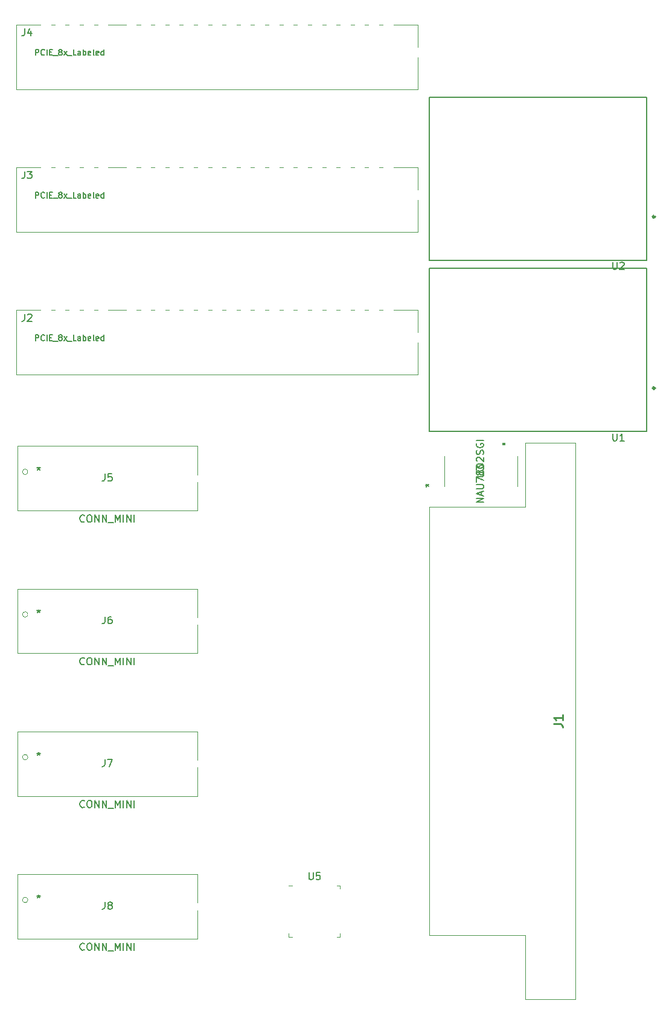
<source format=gbr>
%TF.GenerationSoftware,KiCad,Pcbnew,(7.0.0)*%
%TF.CreationDate,2023-03-21T21:59:13-07:00*%
%TF.ProjectId,backplane-concept,6261636b-706c-4616-9e65-2d636f6e6365,rev?*%
%TF.SameCoordinates,Original*%
%TF.FileFunction,Legend,Top*%
%TF.FilePolarity,Positive*%
%FSLAX46Y46*%
G04 Gerber Fmt 4.6, Leading zero omitted, Abs format (unit mm)*
G04 Created by KiCad (PCBNEW (7.0.0)) date 2023-03-21 21:59:13*
%MOMM*%
%LPD*%
G01*
G04 APERTURE LIST*
%ADD10C,0.150000*%
%ADD11C,0.254000*%
%ADD12C,0.120000*%
%ADD13C,0.100000*%
%ADD14C,0.127000*%
%ADD15C,0.300000*%
G04 APERTURE END LIST*
D10*
%TO.C,J8*%
X69279166Y-160367581D02*
X69279166Y-161081867D01*
X69279166Y-161081867D02*
X69231547Y-161224724D01*
X69231547Y-161224724D02*
X69136309Y-161319962D01*
X69136309Y-161319962D02*
X68993452Y-161367581D01*
X68993452Y-161367581D02*
X68898214Y-161367581D01*
X69898214Y-160796153D02*
X69802976Y-160748534D01*
X69802976Y-160748534D02*
X69755357Y-160700915D01*
X69755357Y-160700915D02*
X69707738Y-160605677D01*
X69707738Y-160605677D02*
X69707738Y-160558058D01*
X69707738Y-160558058D02*
X69755357Y-160462820D01*
X69755357Y-160462820D02*
X69802976Y-160415201D01*
X69802976Y-160415201D02*
X69898214Y-160367581D01*
X69898214Y-160367581D02*
X70088690Y-160367581D01*
X70088690Y-160367581D02*
X70183928Y-160415201D01*
X70183928Y-160415201D02*
X70231547Y-160462820D01*
X70231547Y-160462820D02*
X70279166Y-160558058D01*
X70279166Y-160558058D02*
X70279166Y-160605677D01*
X70279166Y-160605677D02*
X70231547Y-160700915D01*
X70231547Y-160700915D02*
X70183928Y-160748534D01*
X70183928Y-160748534D02*
X70088690Y-160796153D01*
X70088690Y-160796153D02*
X69898214Y-160796153D01*
X69898214Y-160796153D02*
X69802976Y-160843772D01*
X69802976Y-160843772D02*
X69755357Y-160891391D01*
X69755357Y-160891391D02*
X69707738Y-160986629D01*
X69707738Y-160986629D02*
X69707738Y-161177105D01*
X69707738Y-161177105D02*
X69755357Y-161272343D01*
X69755357Y-161272343D02*
X69802976Y-161319962D01*
X69802976Y-161319962D02*
X69898214Y-161367581D01*
X69898214Y-161367581D02*
X70088690Y-161367581D01*
X70088690Y-161367581D02*
X70183928Y-161319962D01*
X70183928Y-161319962D02*
X70231547Y-161272343D01*
X70231547Y-161272343D02*
X70279166Y-161177105D01*
X70279166Y-161177105D02*
X70279166Y-160986629D01*
X70279166Y-160986629D02*
X70231547Y-160891391D01*
X70231547Y-160891391D02*
X70183928Y-160843772D01*
X70183928Y-160843772D02*
X70088690Y-160796153D01*
X66398214Y-167038143D02*
X66350595Y-167085762D01*
X66350595Y-167085762D02*
X66207738Y-167133381D01*
X66207738Y-167133381D02*
X66112500Y-167133381D01*
X66112500Y-167133381D02*
X65969643Y-167085762D01*
X65969643Y-167085762D02*
X65874405Y-166990524D01*
X65874405Y-166990524D02*
X65826786Y-166895286D01*
X65826786Y-166895286D02*
X65779167Y-166704810D01*
X65779167Y-166704810D02*
X65779167Y-166561953D01*
X65779167Y-166561953D02*
X65826786Y-166371477D01*
X65826786Y-166371477D02*
X65874405Y-166276239D01*
X65874405Y-166276239D02*
X65969643Y-166181001D01*
X65969643Y-166181001D02*
X66112500Y-166133381D01*
X66112500Y-166133381D02*
X66207738Y-166133381D01*
X66207738Y-166133381D02*
X66350595Y-166181001D01*
X66350595Y-166181001D02*
X66398214Y-166228620D01*
X67017262Y-166133381D02*
X67207738Y-166133381D01*
X67207738Y-166133381D02*
X67302976Y-166181001D01*
X67302976Y-166181001D02*
X67398214Y-166276239D01*
X67398214Y-166276239D02*
X67445833Y-166466715D01*
X67445833Y-166466715D02*
X67445833Y-166800048D01*
X67445833Y-166800048D02*
X67398214Y-166990524D01*
X67398214Y-166990524D02*
X67302976Y-167085762D01*
X67302976Y-167085762D02*
X67207738Y-167133381D01*
X67207738Y-167133381D02*
X67017262Y-167133381D01*
X67017262Y-167133381D02*
X66922024Y-167085762D01*
X66922024Y-167085762D02*
X66826786Y-166990524D01*
X66826786Y-166990524D02*
X66779167Y-166800048D01*
X66779167Y-166800048D02*
X66779167Y-166466715D01*
X66779167Y-166466715D02*
X66826786Y-166276239D01*
X66826786Y-166276239D02*
X66922024Y-166181001D01*
X66922024Y-166181001D02*
X67017262Y-166133381D01*
X67874405Y-167133381D02*
X67874405Y-166133381D01*
X67874405Y-166133381D02*
X68445833Y-167133381D01*
X68445833Y-167133381D02*
X68445833Y-166133381D01*
X68922024Y-167133381D02*
X68922024Y-166133381D01*
X68922024Y-166133381D02*
X69493452Y-167133381D01*
X69493452Y-167133381D02*
X69493452Y-166133381D01*
X69731548Y-167228620D02*
X70493452Y-167228620D01*
X70731548Y-167133381D02*
X70731548Y-166133381D01*
X70731548Y-166133381D02*
X71064881Y-166847667D01*
X71064881Y-166847667D02*
X71398214Y-166133381D01*
X71398214Y-166133381D02*
X71398214Y-167133381D01*
X71874405Y-167133381D02*
X71874405Y-166133381D01*
X72350595Y-167133381D02*
X72350595Y-166133381D01*
X72350595Y-166133381D02*
X72922023Y-167133381D01*
X72922023Y-167133381D02*
X72922023Y-166133381D01*
X73398214Y-167133381D02*
X73398214Y-166133381D01*
X60000000Y-159367380D02*
X60000000Y-159605476D01*
X59761905Y-159510238D02*
X60000000Y-159605476D01*
X60000000Y-159605476D02*
X60238095Y-159510238D01*
X59857143Y-159795952D02*
X60000000Y-159605476D01*
X60000000Y-159605476D02*
X60142857Y-159795952D01*
%TO.C,J4*%
X58015666Y-37970380D02*
X58015666Y-38684666D01*
X58015666Y-38684666D02*
X57968047Y-38827523D01*
X57968047Y-38827523D02*
X57872809Y-38922761D01*
X57872809Y-38922761D02*
X57729952Y-38970380D01*
X57729952Y-38970380D02*
X57634714Y-38970380D01*
X58920428Y-38303714D02*
X58920428Y-38970380D01*
X58682333Y-37922761D02*
X58444238Y-38637047D01*
X58444238Y-38637047D02*
X59063285Y-38637047D01*
X59537047Y-41690904D02*
X59537047Y-40890904D01*
X59537047Y-40890904D02*
X59841809Y-40890904D01*
X59841809Y-40890904D02*
X59917999Y-40929000D01*
X59917999Y-40929000D02*
X59956094Y-40967095D01*
X59956094Y-40967095D02*
X59994190Y-41043285D01*
X59994190Y-41043285D02*
X59994190Y-41157571D01*
X59994190Y-41157571D02*
X59956094Y-41233761D01*
X59956094Y-41233761D02*
X59917999Y-41271857D01*
X59917999Y-41271857D02*
X59841809Y-41309952D01*
X59841809Y-41309952D02*
X59537047Y-41309952D01*
X60794190Y-41614714D02*
X60756094Y-41652809D01*
X60756094Y-41652809D02*
X60641809Y-41690904D01*
X60641809Y-41690904D02*
X60565618Y-41690904D01*
X60565618Y-41690904D02*
X60451332Y-41652809D01*
X60451332Y-41652809D02*
X60375142Y-41576619D01*
X60375142Y-41576619D02*
X60337047Y-41500428D01*
X60337047Y-41500428D02*
X60298951Y-41348047D01*
X60298951Y-41348047D02*
X60298951Y-41233761D01*
X60298951Y-41233761D02*
X60337047Y-41081380D01*
X60337047Y-41081380D02*
X60375142Y-41005190D01*
X60375142Y-41005190D02*
X60451332Y-40929000D01*
X60451332Y-40929000D02*
X60565618Y-40890904D01*
X60565618Y-40890904D02*
X60641809Y-40890904D01*
X60641809Y-40890904D02*
X60756094Y-40929000D01*
X60756094Y-40929000D02*
X60794190Y-40967095D01*
X61137047Y-41690904D02*
X61137047Y-40890904D01*
X61517999Y-41271857D02*
X61784665Y-41271857D01*
X61898951Y-41690904D02*
X61517999Y-41690904D01*
X61517999Y-41690904D02*
X61517999Y-40890904D01*
X61517999Y-40890904D02*
X61898951Y-40890904D01*
X62051333Y-41767095D02*
X62660856Y-41767095D01*
X62965618Y-41233761D02*
X62889428Y-41195666D01*
X62889428Y-41195666D02*
X62851333Y-41157571D01*
X62851333Y-41157571D02*
X62813237Y-41081380D01*
X62813237Y-41081380D02*
X62813237Y-41043285D01*
X62813237Y-41043285D02*
X62851333Y-40967095D01*
X62851333Y-40967095D02*
X62889428Y-40929000D01*
X62889428Y-40929000D02*
X62965618Y-40890904D01*
X62965618Y-40890904D02*
X63117999Y-40890904D01*
X63117999Y-40890904D02*
X63194190Y-40929000D01*
X63194190Y-40929000D02*
X63232285Y-40967095D01*
X63232285Y-40967095D02*
X63270380Y-41043285D01*
X63270380Y-41043285D02*
X63270380Y-41081380D01*
X63270380Y-41081380D02*
X63232285Y-41157571D01*
X63232285Y-41157571D02*
X63194190Y-41195666D01*
X63194190Y-41195666D02*
X63117999Y-41233761D01*
X63117999Y-41233761D02*
X62965618Y-41233761D01*
X62965618Y-41233761D02*
X62889428Y-41271857D01*
X62889428Y-41271857D02*
X62851333Y-41309952D01*
X62851333Y-41309952D02*
X62813237Y-41386142D01*
X62813237Y-41386142D02*
X62813237Y-41538523D01*
X62813237Y-41538523D02*
X62851333Y-41614714D01*
X62851333Y-41614714D02*
X62889428Y-41652809D01*
X62889428Y-41652809D02*
X62965618Y-41690904D01*
X62965618Y-41690904D02*
X63117999Y-41690904D01*
X63117999Y-41690904D02*
X63194190Y-41652809D01*
X63194190Y-41652809D02*
X63232285Y-41614714D01*
X63232285Y-41614714D02*
X63270380Y-41538523D01*
X63270380Y-41538523D02*
X63270380Y-41386142D01*
X63270380Y-41386142D02*
X63232285Y-41309952D01*
X63232285Y-41309952D02*
X63194190Y-41271857D01*
X63194190Y-41271857D02*
X63117999Y-41233761D01*
X63537047Y-41690904D02*
X63956095Y-41157571D01*
X63537047Y-41157571D02*
X63956095Y-41690904D01*
X64070381Y-41767095D02*
X64679904Y-41767095D01*
X65251333Y-41690904D02*
X64870381Y-41690904D01*
X64870381Y-41690904D02*
X64870381Y-40890904D01*
X65860857Y-41690904D02*
X65860857Y-41271857D01*
X65860857Y-41271857D02*
X65822762Y-41195666D01*
X65822762Y-41195666D02*
X65746571Y-41157571D01*
X65746571Y-41157571D02*
X65594190Y-41157571D01*
X65594190Y-41157571D02*
X65518000Y-41195666D01*
X65860857Y-41652809D02*
X65784666Y-41690904D01*
X65784666Y-41690904D02*
X65594190Y-41690904D01*
X65594190Y-41690904D02*
X65518000Y-41652809D01*
X65518000Y-41652809D02*
X65479904Y-41576619D01*
X65479904Y-41576619D02*
X65479904Y-41500428D01*
X65479904Y-41500428D02*
X65518000Y-41424238D01*
X65518000Y-41424238D02*
X65594190Y-41386142D01*
X65594190Y-41386142D02*
X65784666Y-41386142D01*
X65784666Y-41386142D02*
X65860857Y-41348047D01*
X66241810Y-41690904D02*
X66241810Y-40890904D01*
X66241810Y-41195666D02*
X66318000Y-41157571D01*
X66318000Y-41157571D02*
X66470381Y-41157571D01*
X66470381Y-41157571D02*
X66546572Y-41195666D01*
X66546572Y-41195666D02*
X66584667Y-41233761D01*
X66584667Y-41233761D02*
X66622762Y-41309952D01*
X66622762Y-41309952D02*
X66622762Y-41538523D01*
X66622762Y-41538523D02*
X66584667Y-41614714D01*
X66584667Y-41614714D02*
X66546572Y-41652809D01*
X66546572Y-41652809D02*
X66470381Y-41690904D01*
X66470381Y-41690904D02*
X66318000Y-41690904D01*
X66318000Y-41690904D02*
X66241810Y-41652809D01*
X67270382Y-41652809D02*
X67194191Y-41690904D01*
X67194191Y-41690904D02*
X67041810Y-41690904D01*
X67041810Y-41690904D02*
X66965620Y-41652809D01*
X66965620Y-41652809D02*
X66927524Y-41576619D01*
X66927524Y-41576619D02*
X66927524Y-41271857D01*
X66927524Y-41271857D02*
X66965620Y-41195666D01*
X66965620Y-41195666D02*
X67041810Y-41157571D01*
X67041810Y-41157571D02*
X67194191Y-41157571D01*
X67194191Y-41157571D02*
X67270382Y-41195666D01*
X67270382Y-41195666D02*
X67308477Y-41271857D01*
X67308477Y-41271857D02*
X67308477Y-41348047D01*
X67308477Y-41348047D02*
X66927524Y-41424238D01*
X67765619Y-41690904D02*
X67689429Y-41652809D01*
X67689429Y-41652809D02*
X67651334Y-41576619D01*
X67651334Y-41576619D02*
X67651334Y-40890904D01*
X68375144Y-41652809D02*
X68298953Y-41690904D01*
X68298953Y-41690904D02*
X68146572Y-41690904D01*
X68146572Y-41690904D02*
X68070382Y-41652809D01*
X68070382Y-41652809D02*
X68032286Y-41576619D01*
X68032286Y-41576619D02*
X68032286Y-41271857D01*
X68032286Y-41271857D02*
X68070382Y-41195666D01*
X68070382Y-41195666D02*
X68146572Y-41157571D01*
X68146572Y-41157571D02*
X68298953Y-41157571D01*
X68298953Y-41157571D02*
X68375144Y-41195666D01*
X68375144Y-41195666D02*
X68413239Y-41271857D01*
X68413239Y-41271857D02*
X68413239Y-41348047D01*
X68413239Y-41348047D02*
X68032286Y-41424238D01*
X69098953Y-41690904D02*
X69098953Y-40890904D01*
X69098953Y-41652809D02*
X69022762Y-41690904D01*
X69022762Y-41690904D02*
X68870381Y-41690904D01*
X68870381Y-41690904D02*
X68794191Y-41652809D01*
X68794191Y-41652809D02*
X68756096Y-41614714D01*
X68756096Y-41614714D02*
X68718000Y-41538523D01*
X68718000Y-41538523D02*
X68718000Y-41309952D01*
X68718000Y-41309952D02*
X68756096Y-41233761D01*
X68756096Y-41233761D02*
X68794191Y-41195666D01*
X68794191Y-41195666D02*
X68870381Y-41157571D01*
X68870381Y-41157571D02*
X69022762Y-41157571D01*
X69022762Y-41157571D02*
X69098953Y-41195666D01*
%TO.C,J7*%
X69279166Y-140367581D02*
X69279166Y-141081867D01*
X69279166Y-141081867D02*
X69231547Y-141224724D01*
X69231547Y-141224724D02*
X69136309Y-141319962D01*
X69136309Y-141319962D02*
X68993452Y-141367581D01*
X68993452Y-141367581D02*
X68898214Y-141367581D01*
X69660119Y-140367581D02*
X70326785Y-140367581D01*
X70326785Y-140367581D02*
X69898214Y-141367581D01*
X66398214Y-147038143D02*
X66350595Y-147085762D01*
X66350595Y-147085762D02*
X66207738Y-147133381D01*
X66207738Y-147133381D02*
X66112500Y-147133381D01*
X66112500Y-147133381D02*
X65969643Y-147085762D01*
X65969643Y-147085762D02*
X65874405Y-146990524D01*
X65874405Y-146990524D02*
X65826786Y-146895286D01*
X65826786Y-146895286D02*
X65779167Y-146704810D01*
X65779167Y-146704810D02*
X65779167Y-146561953D01*
X65779167Y-146561953D02*
X65826786Y-146371477D01*
X65826786Y-146371477D02*
X65874405Y-146276239D01*
X65874405Y-146276239D02*
X65969643Y-146181001D01*
X65969643Y-146181001D02*
X66112500Y-146133381D01*
X66112500Y-146133381D02*
X66207738Y-146133381D01*
X66207738Y-146133381D02*
X66350595Y-146181001D01*
X66350595Y-146181001D02*
X66398214Y-146228620D01*
X67017262Y-146133381D02*
X67207738Y-146133381D01*
X67207738Y-146133381D02*
X67302976Y-146181001D01*
X67302976Y-146181001D02*
X67398214Y-146276239D01*
X67398214Y-146276239D02*
X67445833Y-146466715D01*
X67445833Y-146466715D02*
X67445833Y-146800048D01*
X67445833Y-146800048D02*
X67398214Y-146990524D01*
X67398214Y-146990524D02*
X67302976Y-147085762D01*
X67302976Y-147085762D02*
X67207738Y-147133381D01*
X67207738Y-147133381D02*
X67017262Y-147133381D01*
X67017262Y-147133381D02*
X66922024Y-147085762D01*
X66922024Y-147085762D02*
X66826786Y-146990524D01*
X66826786Y-146990524D02*
X66779167Y-146800048D01*
X66779167Y-146800048D02*
X66779167Y-146466715D01*
X66779167Y-146466715D02*
X66826786Y-146276239D01*
X66826786Y-146276239D02*
X66922024Y-146181001D01*
X66922024Y-146181001D02*
X67017262Y-146133381D01*
X67874405Y-147133381D02*
X67874405Y-146133381D01*
X67874405Y-146133381D02*
X68445833Y-147133381D01*
X68445833Y-147133381D02*
X68445833Y-146133381D01*
X68922024Y-147133381D02*
X68922024Y-146133381D01*
X68922024Y-146133381D02*
X69493452Y-147133381D01*
X69493452Y-147133381D02*
X69493452Y-146133381D01*
X69731548Y-147228620D02*
X70493452Y-147228620D01*
X70731548Y-147133381D02*
X70731548Y-146133381D01*
X70731548Y-146133381D02*
X71064881Y-146847667D01*
X71064881Y-146847667D02*
X71398214Y-146133381D01*
X71398214Y-146133381D02*
X71398214Y-147133381D01*
X71874405Y-147133381D02*
X71874405Y-146133381D01*
X72350595Y-147133381D02*
X72350595Y-146133381D01*
X72350595Y-146133381D02*
X72922023Y-147133381D01*
X72922023Y-147133381D02*
X72922023Y-146133381D01*
X73398214Y-147133381D02*
X73398214Y-146133381D01*
X60000000Y-139367380D02*
X60000000Y-139605476D01*
X59761905Y-139510238D02*
X60000000Y-139605476D01*
X60000000Y-139605476D02*
X60238095Y-139510238D01*
X59857143Y-139795952D02*
X60000000Y-139605476D01*
X60000000Y-139605476D02*
X60142857Y-139795952D01*
%TO.C,U5*%
X97898095Y-156227380D02*
X97898095Y-157036904D01*
X97898095Y-157036904D02*
X97945714Y-157132142D01*
X97945714Y-157132142D02*
X97993333Y-157179761D01*
X97993333Y-157179761D02*
X98088571Y-157227380D01*
X98088571Y-157227380D02*
X98279047Y-157227380D01*
X98279047Y-157227380D02*
X98374285Y-157179761D01*
X98374285Y-157179761D02*
X98421904Y-157132142D01*
X98421904Y-157132142D02*
X98469523Y-157036904D01*
X98469523Y-157036904D02*
X98469523Y-156227380D01*
X99421904Y-156227380D02*
X98945714Y-156227380D01*
X98945714Y-156227380D02*
X98898095Y-156703571D01*
X98898095Y-156703571D02*
X98945714Y-156655952D01*
X98945714Y-156655952D02*
X99040952Y-156608333D01*
X99040952Y-156608333D02*
X99279047Y-156608333D01*
X99279047Y-156608333D02*
X99374285Y-156655952D01*
X99374285Y-156655952D02*
X99421904Y-156703571D01*
X99421904Y-156703571D02*
X99469523Y-156798809D01*
X99469523Y-156798809D02*
X99469523Y-157036904D01*
X99469523Y-157036904D02*
X99421904Y-157132142D01*
X99421904Y-157132142D02*
X99374285Y-157179761D01*
X99374285Y-157179761D02*
X99279047Y-157227380D01*
X99279047Y-157227380D02*
X99040952Y-157227380D01*
X99040952Y-157227380D02*
X98945714Y-157179761D01*
X98945714Y-157179761D02*
X98898095Y-157132142D01*
%TO.C,J3*%
X58015666Y-57970380D02*
X58015666Y-58684666D01*
X58015666Y-58684666D02*
X57968047Y-58827523D01*
X57968047Y-58827523D02*
X57872809Y-58922761D01*
X57872809Y-58922761D02*
X57729952Y-58970380D01*
X57729952Y-58970380D02*
X57634714Y-58970380D01*
X58396619Y-57970380D02*
X59015666Y-57970380D01*
X59015666Y-57970380D02*
X58682333Y-58351333D01*
X58682333Y-58351333D02*
X58825190Y-58351333D01*
X58825190Y-58351333D02*
X58920428Y-58398952D01*
X58920428Y-58398952D02*
X58968047Y-58446571D01*
X58968047Y-58446571D02*
X59015666Y-58541809D01*
X59015666Y-58541809D02*
X59015666Y-58779904D01*
X59015666Y-58779904D02*
X58968047Y-58875142D01*
X58968047Y-58875142D02*
X58920428Y-58922761D01*
X58920428Y-58922761D02*
X58825190Y-58970380D01*
X58825190Y-58970380D02*
X58539476Y-58970380D01*
X58539476Y-58970380D02*
X58444238Y-58922761D01*
X58444238Y-58922761D02*
X58396619Y-58875142D01*
X59537047Y-61690904D02*
X59537047Y-60890904D01*
X59537047Y-60890904D02*
X59841809Y-60890904D01*
X59841809Y-60890904D02*
X59917999Y-60929000D01*
X59917999Y-60929000D02*
X59956094Y-60967095D01*
X59956094Y-60967095D02*
X59994190Y-61043285D01*
X59994190Y-61043285D02*
X59994190Y-61157571D01*
X59994190Y-61157571D02*
X59956094Y-61233761D01*
X59956094Y-61233761D02*
X59917999Y-61271857D01*
X59917999Y-61271857D02*
X59841809Y-61309952D01*
X59841809Y-61309952D02*
X59537047Y-61309952D01*
X60794190Y-61614714D02*
X60756094Y-61652809D01*
X60756094Y-61652809D02*
X60641809Y-61690904D01*
X60641809Y-61690904D02*
X60565618Y-61690904D01*
X60565618Y-61690904D02*
X60451332Y-61652809D01*
X60451332Y-61652809D02*
X60375142Y-61576619D01*
X60375142Y-61576619D02*
X60337047Y-61500428D01*
X60337047Y-61500428D02*
X60298951Y-61348047D01*
X60298951Y-61348047D02*
X60298951Y-61233761D01*
X60298951Y-61233761D02*
X60337047Y-61081380D01*
X60337047Y-61081380D02*
X60375142Y-61005190D01*
X60375142Y-61005190D02*
X60451332Y-60929000D01*
X60451332Y-60929000D02*
X60565618Y-60890904D01*
X60565618Y-60890904D02*
X60641809Y-60890904D01*
X60641809Y-60890904D02*
X60756094Y-60929000D01*
X60756094Y-60929000D02*
X60794190Y-60967095D01*
X61137047Y-61690904D02*
X61137047Y-60890904D01*
X61517999Y-61271857D02*
X61784665Y-61271857D01*
X61898951Y-61690904D02*
X61517999Y-61690904D01*
X61517999Y-61690904D02*
X61517999Y-60890904D01*
X61517999Y-60890904D02*
X61898951Y-60890904D01*
X62051333Y-61767095D02*
X62660856Y-61767095D01*
X62965618Y-61233761D02*
X62889428Y-61195666D01*
X62889428Y-61195666D02*
X62851333Y-61157571D01*
X62851333Y-61157571D02*
X62813237Y-61081380D01*
X62813237Y-61081380D02*
X62813237Y-61043285D01*
X62813237Y-61043285D02*
X62851333Y-60967095D01*
X62851333Y-60967095D02*
X62889428Y-60929000D01*
X62889428Y-60929000D02*
X62965618Y-60890904D01*
X62965618Y-60890904D02*
X63117999Y-60890904D01*
X63117999Y-60890904D02*
X63194190Y-60929000D01*
X63194190Y-60929000D02*
X63232285Y-60967095D01*
X63232285Y-60967095D02*
X63270380Y-61043285D01*
X63270380Y-61043285D02*
X63270380Y-61081380D01*
X63270380Y-61081380D02*
X63232285Y-61157571D01*
X63232285Y-61157571D02*
X63194190Y-61195666D01*
X63194190Y-61195666D02*
X63117999Y-61233761D01*
X63117999Y-61233761D02*
X62965618Y-61233761D01*
X62965618Y-61233761D02*
X62889428Y-61271857D01*
X62889428Y-61271857D02*
X62851333Y-61309952D01*
X62851333Y-61309952D02*
X62813237Y-61386142D01*
X62813237Y-61386142D02*
X62813237Y-61538523D01*
X62813237Y-61538523D02*
X62851333Y-61614714D01*
X62851333Y-61614714D02*
X62889428Y-61652809D01*
X62889428Y-61652809D02*
X62965618Y-61690904D01*
X62965618Y-61690904D02*
X63117999Y-61690904D01*
X63117999Y-61690904D02*
X63194190Y-61652809D01*
X63194190Y-61652809D02*
X63232285Y-61614714D01*
X63232285Y-61614714D02*
X63270380Y-61538523D01*
X63270380Y-61538523D02*
X63270380Y-61386142D01*
X63270380Y-61386142D02*
X63232285Y-61309952D01*
X63232285Y-61309952D02*
X63194190Y-61271857D01*
X63194190Y-61271857D02*
X63117999Y-61233761D01*
X63537047Y-61690904D02*
X63956095Y-61157571D01*
X63537047Y-61157571D02*
X63956095Y-61690904D01*
X64070381Y-61767095D02*
X64679904Y-61767095D01*
X65251333Y-61690904D02*
X64870381Y-61690904D01*
X64870381Y-61690904D02*
X64870381Y-60890904D01*
X65860857Y-61690904D02*
X65860857Y-61271857D01*
X65860857Y-61271857D02*
X65822762Y-61195666D01*
X65822762Y-61195666D02*
X65746571Y-61157571D01*
X65746571Y-61157571D02*
X65594190Y-61157571D01*
X65594190Y-61157571D02*
X65518000Y-61195666D01*
X65860857Y-61652809D02*
X65784666Y-61690904D01*
X65784666Y-61690904D02*
X65594190Y-61690904D01*
X65594190Y-61690904D02*
X65518000Y-61652809D01*
X65518000Y-61652809D02*
X65479904Y-61576619D01*
X65479904Y-61576619D02*
X65479904Y-61500428D01*
X65479904Y-61500428D02*
X65518000Y-61424238D01*
X65518000Y-61424238D02*
X65594190Y-61386142D01*
X65594190Y-61386142D02*
X65784666Y-61386142D01*
X65784666Y-61386142D02*
X65860857Y-61348047D01*
X66241810Y-61690904D02*
X66241810Y-60890904D01*
X66241810Y-61195666D02*
X66318000Y-61157571D01*
X66318000Y-61157571D02*
X66470381Y-61157571D01*
X66470381Y-61157571D02*
X66546572Y-61195666D01*
X66546572Y-61195666D02*
X66584667Y-61233761D01*
X66584667Y-61233761D02*
X66622762Y-61309952D01*
X66622762Y-61309952D02*
X66622762Y-61538523D01*
X66622762Y-61538523D02*
X66584667Y-61614714D01*
X66584667Y-61614714D02*
X66546572Y-61652809D01*
X66546572Y-61652809D02*
X66470381Y-61690904D01*
X66470381Y-61690904D02*
X66318000Y-61690904D01*
X66318000Y-61690904D02*
X66241810Y-61652809D01*
X67270382Y-61652809D02*
X67194191Y-61690904D01*
X67194191Y-61690904D02*
X67041810Y-61690904D01*
X67041810Y-61690904D02*
X66965620Y-61652809D01*
X66965620Y-61652809D02*
X66927524Y-61576619D01*
X66927524Y-61576619D02*
X66927524Y-61271857D01*
X66927524Y-61271857D02*
X66965620Y-61195666D01*
X66965620Y-61195666D02*
X67041810Y-61157571D01*
X67041810Y-61157571D02*
X67194191Y-61157571D01*
X67194191Y-61157571D02*
X67270382Y-61195666D01*
X67270382Y-61195666D02*
X67308477Y-61271857D01*
X67308477Y-61271857D02*
X67308477Y-61348047D01*
X67308477Y-61348047D02*
X66927524Y-61424238D01*
X67765619Y-61690904D02*
X67689429Y-61652809D01*
X67689429Y-61652809D02*
X67651334Y-61576619D01*
X67651334Y-61576619D02*
X67651334Y-60890904D01*
X68375144Y-61652809D02*
X68298953Y-61690904D01*
X68298953Y-61690904D02*
X68146572Y-61690904D01*
X68146572Y-61690904D02*
X68070382Y-61652809D01*
X68070382Y-61652809D02*
X68032286Y-61576619D01*
X68032286Y-61576619D02*
X68032286Y-61271857D01*
X68032286Y-61271857D02*
X68070382Y-61195666D01*
X68070382Y-61195666D02*
X68146572Y-61157571D01*
X68146572Y-61157571D02*
X68298953Y-61157571D01*
X68298953Y-61157571D02*
X68375144Y-61195666D01*
X68375144Y-61195666D02*
X68413239Y-61271857D01*
X68413239Y-61271857D02*
X68413239Y-61348047D01*
X68413239Y-61348047D02*
X68032286Y-61424238D01*
X69098953Y-61690904D02*
X69098953Y-60890904D01*
X69098953Y-61652809D02*
X69022762Y-61690904D01*
X69022762Y-61690904D02*
X68870381Y-61690904D01*
X68870381Y-61690904D02*
X68794191Y-61652809D01*
X68794191Y-61652809D02*
X68756096Y-61614714D01*
X68756096Y-61614714D02*
X68718000Y-61538523D01*
X68718000Y-61538523D02*
X68718000Y-61309952D01*
X68718000Y-61309952D02*
X68756096Y-61233761D01*
X68756096Y-61233761D02*
X68794191Y-61195666D01*
X68794191Y-61195666D02*
X68870381Y-61157571D01*
X68870381Y-61157571D02*
X69022762Y-61157571D01*
X69022762Y-61157571D02*
X69098953Y-61195666D01*
%TO.C,J2*%
X58015666Y-77970380D02*
X58015666Y-78684666D01*
X58015666Y-78684666D02*
X57968047Y-78827523D01*
X57968047Y-78827523D02*
X57872809Y-78922761D01*
X57872809Y-78922761D02*
X57729952Y-78970380D01*
X57729952Y-78970380D02*
X57634714Y-78970380D01*
X58444238Y-78065619D02*
X58491857Y-78018000D01*
X58491857Y-78018000D02*
X58587095Y-77970380D01*
X58587095Y-77970380D02*
X58825190Y-77970380D01*
X58825190Y-77970380D02*
X58920428Y-78018000D01*
X58920428Y-78018000D02*
X58968047Y-78065619D01*
X58968047Y-78065619D02*
X59015666Y-78160857D01*
X59015666Y-78160857D02*
X59015666Y-78256095D01*
X59015666Y-78256095D02*
X58968047Y-78398952D01*
X58968047Y-78398952D02*
X58396619Y-78970380D01*
X58396619Y-78970380D02*
X59015666Y-78970380D01*
X59537047Y-81690904D02*
X59537047Y-80890904D01*
X59537047Y-80890904D02*
X59841809Y-80890904D01*
X59841809Y-80890904D02*
X59917999Y-80929000D01*
X59917999Y-80929000D02*
X59956094Y-80967095D01*
X59956094Y-80967095D02*
X59994190Y-81043285D01*
X59994190Y-81043285D02*
X59994190Y-81157571D01*
X59994190Y-81157571D02*
X59956094Y-81233761D01*
X59956094Y-81233761D02*
X59917999Y-81271857D01*
X59917999Y-81271857D02*
X59841809Y-81309952D01*
X59841809Y-81309952D02*
X59537047Y-81309952D01*
X60794190Y-81614714D02*
X60756094Y-81652809D01*
X60756094Y-81652809D02*
X60641809Y-81690904D01*
X60641809Y-81690904D02*
X60565618Y-81690904D01*
X60565618Y-81690904D02*
X60451332Y-81652809D01*
X60451332Y-81652809D02*
X60375142Y-81576619D01*
X60375142Y-81576619D02*
X60337047Y-81500428D01*
X60337047Y-81500428D02*
X60298951Y-81348047D01*
X60298951Y-81348047D02*
X60298951Y-81233761D01*
X60298951Y-81233761D02*
X60337047Y-81081380D01*
X60337047Y-81081380D02*
X60375142Y-81005190D01*
X60375142Y-81005190D02*
X60451332Y-80929000D01*
X60451332Y-80929000D02*
X60565618Y-80890904D01*
X60565618Y-80890904D02*
X60641809Y-80890904D01*
X60641809Y-80890904D02*
X60756094Y-80929000D01*
X60756094Y-80929000D02*
X60794190Y-80967095D01*
X61137047Y-81690904D02*
X61137047Y-80890904D01*
X61517999Y-81271857D02*
X61784665Y-81271857D01*
X61898951Y-81690904D02*
X61517999Y-81690904D01*
X61517999Y-81690904D02*
X61517999Y-80890904D01*
X61517999Y-80890904D02*
X61898951Y-80890904D01*
X62051333Y-81767095D02*
X62660856Y-81767095D01*
X62965618Y-81233761D02*
X62889428Y-81195666D01*
X62889428Y-81195666D02*
X62851333Y-81157571D01*
X62851333Y-81157571D02*
X62813237Y-81081380D01*
X62813237Y-81081380D02*
X62813237Y-81043285D01*
X62813237Y-81043285D02*
X62851333Y-80967095D01*
X62851333Y-80967095D02*
X62889428Y-80929000D01*
X62889428Y-80929000D02*
X62965618Y-80890904D01*
X62965618Y-80890904D02*
X63117999Y-80890904D01*
X63117999Y-80890904D02*
X63194190Y-80929000D01*
X63194190Y-80929000D02*
X63232285Y-80967095D01*
X63232285Y-80967095D02*
X63270380Y-81043285D01*
X63270380Y-81043285D02*
X63270380Y-81081380D01*
X63270380Y-81081380D02*
X63232285Y-81157571D01*
X63232285Y-81157571D02*
X63194190Y-81195666D01*
X63194190Y-81195666D02*
X63117999Y-81233761D01*
X63117999Y-81233761D02*
X62965618Y-81233761D01*
X62965618Y-81233761D02*
X62889428Y-81271857D01*
X62889428Y-81271857D02*
X62851333Y-81309952D01*
X62851333Y-81309952D02*
X62813237Y-81386142D01*
X62813237Y-81386142D02*
X62813237Y-81538523D01*
X62813237Y-81538523D02*
X62851333Y-81614714D01*
X62851333Y-81614714D02*
X62889428Y-81652809D01*
X62889428Y-81652809D02*
X62965618Y-81690904D01*
X62965618Y-81690904D02*
X63117999Y-81690904D01*
X63117999Y-81690904D02*
X63194190Y-81652809D01*
X63194190Y-81652809D02*
X63232285Y-81614714D01*
X63232285Y-81614714D02*
X63270380Y-81538523D01*
X63270380Y-81538523D02*
X63270380Y-81386142D01*
X63270380Y-81386142D02*
X63232285Y-81309952D01*
X63232285Y-81309952D02*
X63194190Y-81271857D01*
X63194190Y-81271857D02*
X63117999Y-81233761D01*
X63537047Y-81690904D02*
X63956095Y-81157571D01*
X63537047Y-81157571D02*
X63956095Y-81690904D01*
X64070381Y-81767095D02*
X64679904Y-81767095D01*
X65251333Y-81690904D02*
X64870381Y-81690904D01*
X64870381Y-81690904D02*
X64870381Y-80890904D01*
X65860857Y-81690904D02*
X65860857Y-81271857D01*
X65860857Y-81271857D02*
X65822762Y-81195666D01*
X65822762Y-81195666D02*
X65746571Y-81157571D01*
X65746571Y-81157571D02*
X65594190Y-81157571D01*
X65594190Y-81157571D02*
X65518000Y-81195666D01*
X65860857Y-81652809D02*
X65784666Y-81690904D01*
X65784666Y-81690904D02*
X65594190Y-81690904D01*
X65594190Y-81690904D02*
X65518000Y-81652809D01*
X65518000Y-81652809D02*
X65479904Y-81576619D01*
X65479904Y-81576619D02*
X65479904Y-81500428D01*
X65479904Y-81500428D02*
X65518000Y-81424238D01*
X65518000Y-81424238D02*
X65594190Y-81386142D01*
X65594190Y-81386142D02*
X65784666Y-81386142D01*
X65784666Y-81386142D02*
X65860857Y-81348047D01*
X66241810Y-81690904D02*
X66241810Y-80890904D01*
X66241810Y-81195666D02*
X66318000Y-81157571D01*
X66318000Y-81157571D02*
X66470381Y-81157571D01*
X66470381Y-81157571D02*
X66546572Y-81195666D01*
X66546572Y-81195666D02*
X66584667Y-81233761D01*
X66584667Y-81233761D02*
X66622762Y-81309952D01*
X66622762Y-81309952D02*
X66622762Y-81538523D01*
X66622762Y-81538523D02*
X66584667Y-81614714D01*
X66584667Y-81614714D02*
X66546572Y-81652809D01*
X66546572Y-81652809D02*
X66470381Y-81690904D01*
X66470381Y-81690904D02*
X66318000Y-81690904D01*
X66318000Y-81690904D02*
X66241810Y-81652809D01*
X67270382Y-81652809D02*
X67194191Y-81690904D01*
X67194191Y-81690904D02*
X67041810Y-81690904D01*
X67041810Y-81690904D02*
X66965620Y-81652809D01*
X66965620Y-81652809D02*
X66927524Y-81576619D01*
X66927524Y-81576619D02*
X66927524Y-81271857D01*
X66927524Y-81271857D02*
X66965620Y-81195666D01*
X66965620Y-81195666D02*
X67041810Y-81157571D01*
X67041810Y-81157571D02*
X67194191Y-81157571D01*
X67194191Y-81157571D02*
X67270382Y-81195666D01*
X67270382Y-81195666D02*
X67308477Y-81271857D01*
X67308477Y-81271857D02*
X67308477Y-81348047D01*
X67308477Y-81348047D02*
X66927524Y-81424238D01*
X67765619Y-81690904D02*
X67689429Y-81652809D01*
X67689429Y-81652809D02*
X67651334Y-81576619D01*
X67651334Y-81576619D02*
X67651334Y-80890904D01*
X68375144Y-81652809D02*
X68298953Y-81690904D01*
X68298953Y-81690904D02*
X68146572Y-81690904D01*
X68146572Y-81690904D02*
X68070382Y-81652809D01*
X68070382Y-81652809D02*
X68032286Y-81576619D01*
X68032286Y-81576619D02*
X68032286Y-81271857D01*
X68032286Y-81271857D02*
X68070382Y-81195666D01*
X68070382Y-81195666D02*
X68146572Y-81157571D01*
X68146572Y-81157571D02*
X68298953Y-81157571D01*
X68298953Y-81157571D02*
X68375144Y-81195666D01*
X68375144Y-81195666D02*
X68413239Y-81271857D01*
X68413239Y-81271857D02*
X68413239Y-81348047D01*
X68413239Y-81348047D02*
X68032286Y-81424238D01*
X69098953Y-81690904D02*
X69098953Y-80890904D01*
X69098953Y-81652809D02*
X69022762Y-81690904D01*
X69022762Y-81690904D02*
X68870381Y-81690904D01*
X68870381Y-81690904D02*
X68794191Y-81652809D01*
X68794191Y-81652809D02*
X68756096Y-81614714D01*
X68756096Y-81614714D02*
X68718000Y-81538523D01*
X68718000Y-81538523D02*
X68718000Y-81309952D01*
X68718000Y-81309952D02*
X68756096Y-81233761D01*
X68756096Y-81233761D02*
X68794191Y-81195666D01*
X68794191Y-81195666D02*
X68870381Y-81157571D01*
X68870381Y-81157571D02*
X69022762Y-81157571D01*
X69022762Y-81157571D02*
X69098953Y-81195666D01*
%TO.C,U3*%
X121367380Y-100761904D02*
X122176904Y-100761904D01*
X122176904Y-100761904D02*
X122272142Y-100714285D01*
X122272142Y-100714285D02*
X122319761Y-100666666D01*
X122319761Y-100666666D02*
X122367380Y-100571428D01*
X122367380Y-100571428D02*
X122367380Y-100380952D01*
X122367380Y-100380952D02*
X122319761Y-100285714D01*
X122319761Y-100285714D02*
X122272142Y-100238095D01*
X122272142Y-100238095D02*
X122176904Y-100190476D01*
X122176904Y-100190476D02*
X121367380Y-100190476D01*
X121367380Y-99809523D02*
X121367380Y-99190476D01*
X121367380Y-99190476D02*
X121748333Y-99523809D01*
X121748333Y-99523809D02*
X121748333Y-99380952D01*
X121748333Y-99380952D02*
X121795952Y-99285714D01*
X121795952Y-99285714D02*
X121843571Y-99238095D01*
X121843571Y-99238095D02*
X121938809Y-99190476D01*
X121938809Y-99190476D02*
X122176904Y-99190476D01*
X122176904Y-99190476D02*
X122272142Y-99238095D01*
X122272142Y-99238095D02*
X122319761Y-99285714D01*
X122319761Y-99285714D02*
X122367380Y-99380952D01*
X122367380Y-99380952D02*
X122367380Y-99666666D01*
X122367380Y-99666666D02*
X122319761Y-99761904D01*
X122319761Y-99761904D02*
X122272142Y-99809523D01*
X122367380Y-104357142D02*
X121367380Y-104357142D01*
X121367380Y-104357142D02*
X122367380Y-103785714D01*
X122367380Y-103785714D02*
X121367380Y-103785714D01*
X122081666Y-103357142D02*
X122081666Y-102880952D01*
X122367380Y-103452380D02*
X121367380Y-103119047D01*
X121367380Y-103119047D02*
X122367380Y-102785714D01*
X121367380Y-102452380D02*
X122176904Y-102452380D01*
X122176904Y-102452380D02*
X122272142Y-102404761D01*
X122272142Y-102404761D02*
X122319761Y-102357142D01*
X122319761Y-102357142D02*
X122367380Y-102261904D01*
X122367380Y-102261904D02*
X122367380Y-102071428D01*
X122367380Y-102071428D02*
X122319761Y-101976190D01*
X122319761Y-101976190D02*
X122272142Y-101928571D01*
X122272142Y-101928571D02*
X122176904Y-101880952D01*
X122176904Y-101880952D02*
X121367380Y-101880952D01*
X121367380Y-101499999D02*
X121367380Y-100833333D01*
X121367380Y-100833333D02*
X122367380Y-101261904D01*
X121795952Y-100309523D02*
X121748333Y-100404761D01*
X121748333Y-100404761D02*
X121700714Y-100452380D01*
X121700714Y-100452380D02*
X121605476Y-100499999D01*
X121605476Y-100499999D02*
X121557857Y-100499999D01*
X121557857Y-100499999D02*
X121462619Y-100452380D01*
X121462619Y-100452380D02*
X121415000Y-100404761D01*
X121415000Y-100404761D02*
X121367380Y-100309523D01*
X121367380Y-100309523D02*
X121367380Y-100119047D01*
X121367380Y-100119047D02*
X121415000Y-100023809D01*
X121415000Y-100023809D02*
X121462619Y-99976190D01*
X121462619Y-99976190D02*
X121557857Y-99928571D01*
X121557857Y-99928571D02*
X121605476Y-99928571D01*
X121605476Y-99928571D02*
X121700714Y-99976190D01*
X121700714Y-99976190D02*
X121748333Y-100023809D01*
X121748333Y-100023809D02*
X121795952Y-100119047D01*
X121795952Y-100119047D02*
X121795952Y-100309523D01*
X121795952Y-100309523D02*
X121843571Y-100404761D01*
X121843571Y-100404761D02*
X121891190Y-100452380D01*
X121891190Y-100452380D02*
X121986428Y-100499999D01*
X121986428Y-100499999D02*
X122176904Y-100499999D01*
X122176904Y-100499999D02*
X122272142Y-100452380D01*
X122272142Y-100452380D02*
X122319761Y-100404761D01*
X122319761Y-100404761D02*
X122367380Y-100309523D01*
X122367380Y-100309523D02*
X122367380Y-100119047D01*
X122367380Y-100119047D02*
X122319761Y-100023809D01*
X122319761Y-100023809D02*
X122272142Y-99976190D01*
X122272142Y-99976190D02*
X122176904Y-99928571D01*
X122176904Y-99928571D02*
X121986428Y-99928571D01*
X121986428Y-99928571D02*
X121891190Y-99976190D01*
X121891190Y-99976190D02*
X121843571Y-100023809D01*
X121843571Y-100023809D02*
X121795952Y-100119047D01*
X121367380Y-99309523D02*
X121367380Y-99214285D01*
X121367380Y-99214285D02*
X121415000Y-99119047D01*
X121415000Y-99119047D02*
X121462619Y-99071428D01*
X121462619Y-99071428D02*
X121557857Y-99023809D01*
X121557857Y-99023809D02*
X121748333Y-98976190D01*
X121748333Y-98976190D02*
X121986428Y-98976190D01*
X121986428Y-98976190D02*
X122176904Y-99023809D01*
X122176904Y-99023809D02*
X122272142Y-99071428D01*
X122272142Y-99071428D02*
X122319761Y-99119047D01*
X122319761Y-99119047D02*
X122367380Y-99214285D01*
X122367380Y-99214285D02*
X122367380Y-99309523D01*
X122367380Y-99309523D02*
X122319761Y-99404761D01*
X122319761Y-99404761D02*
X122272142Y-99452380D01*
X122272142Y-99452380D02*
X122176904Y-99499999D01*
X122176904Y-99499999D02*
X121986428Y-99547618D01*
X121986428Y-99547618D02*
X121748333Y-99547618D01*
X121748333Y-99547618D02*
X121557857Y-99499999D01*
X121557857Y-99499999D02*
X121462619Y-99452380D01*
X121462619Y-99452380D02*
X121415000Y-99404761D01*
X121415000Y-99404761D02*
X121367380Y-99309523D01*
X121462619Y-98595237D02*
X121415000Y-98547618D01*
X121415000Y-98547618D02*
X121367380Y-98452380D01*
X121367380Y-98452380D02*
X121367380Y-98214285D01*
X121367380Y-98214285D02*
X121415000Y-98119047D01*
X121415000Y-98119047D02*
X121462619Y-98071428D01*
X121462619Y-98071428D02*
X121557857Y-98023809D01*
X121557857Y-98023809D02*
X121653095Y-98023809D01*
X121653095Y-98023809D02*
X121795952Y-98071428D01*
X121795952Y-98071428D02*
X122367380Y-98642856D01*
X122367380Y-98642856D02*
X122367380Y-98023809D01*
X122319761Y-97642856D02*
X122367380Y-97499999D01*
X122367380Y-97499999D02*
X122367380Y-97261904D01*
X122367380Y-97261904D02*
X122319761Y-97166666D01*
X122319761Y-97166666D02*
X122272142Y-97119047D01*
X122272142Y-97119047D02*
X122176904Y-97071428D01*
X122176904Y-97071428D02*
X122081666Y-97071428D01*
X122081666Y-97071428D02*
X121986428Y-97119047D01*
X121986428Y-97119047D02*
X121938809Y-97166666D01*
X121938809Y-97166666D02*
X121891190Y-97261904D01*
X121891190Y-97261904D02*
X121843571Y-97452380D01*
X121843571Y-97452380D02*
X121795952Y-97547618D01*
X121795952Y-97547618D02*
X121748333Y-97595237D01*
X121748333Y-97595237D02*
X121653095Y-97642856D01*
X121653095Y-97642856D02*
X121557857Y-97642856D01*
X121557857Y-97642856D02*
X121462619Y-97595237D01*
X121462619Y-97595237D02*
X121415000Y-97547618D01*
X121415000Y-97547618D02*
X121367380Y-97452380D01*
X121367380Y-97452380D02*
X121367380Y-97214285D01*
X121367380Y-97214285D02*
X121415000Y-97071428D01*
X121415000Y-96119047D02*
X121367380Y-96214285D01*
X121367380Y-96214285D02*
X121367380Y-96357142D01*
X121367380Y-96357142D02*
X121415000Y-96499999D01*
X121415000Y-96499999D02*
X121510238Y-96595237D01*
X121510238Y-96595237D02*
X121605476Y-96642856D01*
X121605476Y-96642856D02*
X121795952Y-96690475D01*
X121795952Y-96690475D02*
X121938809Y-96690475D01*
X121938809Y-96690475D02*
X122129285Y-96642856D01*
X122129285Y-96642856D02*
X122224523Y-96595237D01*
X122224523Y-96595237D02*
X122319761Y-96499999D01*
X122319761Y-96499999D02*
X122367380Y-96357142D01*
X122367380Y-96357142D02*
X122367380Y-96261904D01*
X122367380Y-96261904D02*
X122319761Y-96119047D01*
X122319761Y-96119047D02*
X122272142Y-96071428D01*
X122272142Y-96071428D02*
X121938809Y-96071428D01*
X121938809Y-96071428D02*
X121938809Y-96261904D01*
X122367380Y-95642856D02*
X121367380Y-95642856D01*
X114220580Y-101978149D02*
X114458676Y-101978149D01*
X114363438Y-102216244D02*
X114458676Y-101978149D01*
X114458676Y-101978149D02*
X114363438Y-101740054D01*
X114649152Y-102121006D02*
X114458676Y-101978149D01*
X114458676Y-101978149D02*
X114649152Y-101835292D01*
X114220580Y-101978149D02*
X114458676Y-101978149D01*
X114363438Y-102216244D02*
X114458676Y-101978149D01*
X114458676Y-101978149D02*
X114363438Y-101740054D01*
X114649152Y-102121006D02*
X114458676Y-101978149D01*
X114458676Y-101978149D02*
X114649152Y-101835292D01*
%TO.C,J6*%
X69279166Y-120367581D02*
X69279166Y-121081867D01*
X69279166Y-121081867D02*
X69231547Y-121224724D01*
X69231547Y-121224724D02*
X69136309Y-121319962D01*
X69136309Y-121319962D02*
X68993452Y-121367581D01*
X68993452Y-121367581D02*
X68898214Y-121367581D01*
X70183928Y-120367581D02*
X69993452Y-120367581D01*
X69993452Y-120367581D02*
X69898214Y-120415201D01*
X69898214Y-120415201D02*
X69850595Y-120462820D01*
X69850595Y-120462820D02*
X69755357Y-120605677D01*
X69755357Y-120605677D02*
X69707738Y-120796153D01*
X69707738Y-120796153D02*
X69707738Y-121177105D01*
X69707738Y-121177105D02*
X69755357Y-121272343D01*
X69755357Y-121272343D02*
X69802976Y-121319962D01*
X69802976Y-121319962D02*
X69898214Y-121367581D01*
X69898214Y-121367581D02*
X70088690Y-121367581D01*
X70088690Y-121367581D02*
X70183928Y-121319962D01*
X70183928Y-121319962D02*
X70231547Y-121272343D01*
X70231547Y-121272343D02*
X70279166Y-121177105D01*
X70279166Y-121177105D02*
X70279166Y-120939010D01*
X70279166Y-120939010D02*
X70231547Y-120843772D01*
X70231547Y-120843772D02*
X70183928Y-120796153D01*
X70183928Y-120796153D02*
X70088690Y-120748534D01*
X70088690Y-120748534D02*
X69898214Y-120748534D01*
X69898214Y-120748534D02*
X69802976Y-120796153D01*
X69802976Y-120796153D02*
X69755357Y-120843772D01*
X69755357Y-120843772D02*
X69707738Y-120939010D01*
X66398214Y-127038143D02*
X66350595Y-127085762D01*
X66350595Y-127085762D02*
X66207738Y-127133381D01*
X66207738Y-127133381D02*
X66112500Y-127133381D01*
X66112500Y-127133381D02*
X65969643Y-127085762D01*
X65969643Y-127085762D02*
X65874405Y-126990524D01*
X65874405Y-126990524D02*
X65826786Y-126895286D01*
X65826786Y-126895286D02*
X65779167Y-126704810D01*
X65779167Y-126704810D02*
X65779167Y-126561953D01*
X65779167Y-126561953D02*
X65826786Y-126371477D01*
X65826786Y-126371477D02*
X65874405Y-126276239D01*
X65874405Y-126276239D02*
X65969643Y-126181001D01*
X65969643Y-126181001D02*
X66112500Y-126133381D01*
X66112500Y-126133381D02*
X66207738Y-126133381D01*
X66207738Y-126133381D02*
X66350595Y-126181001D01*
X66350595Y-126181001D02*
X66398214Y-126228620D01*
X67017262Y-126133381D02*
X67207738Y-126133381D01*
X67207738Y-126133381D02*
X67302976Y-126181001D01*
X67302976Y-126181001D02*
X67398214Y-126276239D01*
X67398214Y-126276239D02*
X67445833Y-126466715D01*
X67445833Y-126466715D02*
X67445833Y-126800048D01*
X67445833Y-126800048D02*
X67398214Y-126990524D01*
X67398214Y-126990524D02*
X67302976Y-127085762D01*
X67302976Y-127085762D02*
X67207738Y-127133381D01*
X67207738Y-127133381D02*
X67017262Y-127133381D01*
X67017262Y-127133381D02*
X66922024Y-127085762D01*
X66922024Y-127085762D02*
X66826786Y-126990524D01*
X66826786Y-126990524D02*
X66779167Y-126800048D01*
X66779167Y-126800048D02*
X66779167Y-126466715D01*
X66779167Y-126466715D02*
X66826786Y-126276239D01*
X66826786Y-126276239D02*
X66922024Y-126181001D01*
X66922024Y-126181001D02*
X67017262Y-126133381D01*
X67874405Y-127133381D02*
X67874405Y-126133381D01*
X67874405Y-126133381D02*
X68445833Y-127133381D01*
X68445833Y-127133381D02*
X68445833Y-126133381D01*
X68922024Y-127133381D02*
X68922024Y-126133381D01*
X68922024Y-126133381D02*
X69493452Y-127133381D01*
X69493452Y-127133381D02*
X69493452Y-126133381D01*
X69731548Y-127228620D02*
X70493452Y-127228620D01*
X70731548Y-127133381D02*
X70731548Y-126133381D01*
X70731548Y-126133381D02*
X71064881Y-126847667D01*
X71064881Y-126847667D02*
X71398214Y-126133381D01*
X71398214Y-126133381D02*
X71398214Y-127133381D01*
X71874405Y-127133381D02*
X71874405Y-126133381D01*
X72350595Y-127133381D02*
X72350595Y-126133381D01*
X72350595Y-126133381D02*
X72922023Y-127133381D01*
X72922023Y-127133381D02*
X72922023Y-126133381D01*
X73398214Y-127133381D02*
X73398214Y-126133381D01*
X60000000Y-119367380D02*
X60000000Y-119605476D01*
X59761905Y-119510238D02*
X60000000Y-119605476D01*
X60000000Y-119605476D02*
X60238095Y-119510238D01*
X59857143Y-119795952D02*
X60000000Y-119605476D01*
X60000000Y-119605476D02*
X60142857Y-119795952D01*
%TO.C,U2*%
X140503747Y-70723081D02*
X140503747Y-71532656D01*
X140503747Y-71532656D02*
X140551369Y-71627900D01*
X140551369Y-71627900D02*
X140598991Y-71675522D01*
X140598991Y-71675522D02*
X140694235Y-71723144D01*
X140694235Y-71723144D02*
X140884723Y-71723144D01*
X140884723Y-71723144D02*
X140979967Y-71675522D01*
X140979967Y-71675522D02*
X141027589Y-71627900D01*
X141027589Y-71627900D02*
X141075211Y-71532656D01*
X141075211Y-71532656D02*
X141075211Y-70723081D01*
X141503810Y-70818326D02*
X141551432Y-70770704D01*
X141551432Y-70770704D02*
X141646676Y-70723081D01*
X141646676Y-70723081D02*
X141884786Y-70723081D01*
X141884786Y-70723081D02*
X141980030Y-70770704D01*
X141980030Y-70770704D02*
X142027652Y-70818326D01*
X142027652Y-70818326D02*
X142075274Y-70913570D01*
X142075274Y-70913570D02*
X142075274Y-71008814D01*
X142075274Y-71008814D02*
X142027652Y-71151680D01*
X142027652Y-71151680D02*
X141456188Y-71723144D01*
X141456188Y-71723144D02*
X142075274Y-71723144D01*
D11*
%TO.C,J1*%
X132196573Y-135423332D02*
X133103716Y-135423332D01*
X133103716Y-135423332D02*
X133285145Y-135483809D01*
X133285145Y-135483809D02*
X133406097Y-135604761D01*
X133406097Y-135604761D02*
X133466573Y-135786190D01*
X133466573Y-135786190D02*
X133466573Y-135907142D01*
X133466573Y-134153332D02*
X133466573Y-134879047D01*
X133466573Y-134516190D02*
X132196573Y-134516190D01*
X132196573Y-134516190D02*
X132378002Y-134637142D01*
X132378002Y-134637142D02*
X132498954Y-134758094D01*
X132498954Y-134758094D02*
X132559430Y-134879047D01*
D10*
%TO.C,U1*%
X140503747Y-94723081D02*
X140503747Y-95532656D01*
X140503747Y-95532656D02*
X140551369Y-95627900D01*
X140551369Y-95627900D02*
X140598991Y-95675522D01*
X140598991Y-95675522D02*
X140694235Y-95723144D01*
X140694235Y-95723144D02*
X140884723Y-95723144D01*
X140884723Y-95723144D02*
X140979967Y-95675522D01*
X140979967Y-95675522D02*
X141027589Y-95627900D01*
X141027589Y-95627900D02*
X141075211Y-95532656D01*
X141075211Y-95532656D02*
X141075211Y-94723081D01*
X142075274Y-95723144D02*
X141503810Y-95723144D01*
X141789542Y-95723144D02*
X141789542Y-94723081D01*
X141789542Y-94723081D02*
X141694298Y-94865948D01*
X141694298Y-94865948D02*
X141599054Y-94961192D01*
X141599054Y-94961192D02*
X141503810Y-95008814D01*
%TO.C,J5*%
X69279166Y-100367581D02*
X69279166Y-101081867D01*
X69279166Y-101081867D02*
X69231547Y-101224724D01*
X69231547Y-101224724D02*
X69136309Y-101319962D01*
X69136309Y-101319962D02*
X68993452Y-101367581D01*
X68993452Y-101367581D02*
X68898214Y-101367581D01*
X70231547Y-100367581D02*
X69755357Y-100367581D01*
X69755357Y-100367581D02*
X69707738Y-100843772D01*
X69707738Y-100843772D02*
X69755357Y-100796153D01*
X69755357Y-100796153D02*
X69850595Y-100748534D01*
X69850595Y-100748534D02*
X70088690Y-100748534D01*
X70088690Y-100748534D02*
X70183928Y-100796153D01*
X70183928Y-100796153D02*
X70231547Y-100843772D01*
X70231547Y-100843772D02*
X70279166Y-100939010D01*
X70279166Y-100939010D02*
X70279166Y-101177105D01*
X70279166Y-101177105D02*
X70231547Y-101272343D01*
X70231547Y-101272343D02*
X70183928Y-101319962D01*
X70183928Y-101319962D02*
X70088690Y-101367581D01*
X70088690Y-101367581D02*
X69850595Y-101367581D01*
X69850595Y-101367581D02*
X69755357Y-101319962D01*
X69755357Y-101319962D02*
X69707738Y-101272343D01*
X66398214Y-107038143D02*
X66350595Y-107085762D01*
X66350595Y-107085762D02*
X66207738Y-107133381D01*
X66207738Y-107133381D02*
X66112500Y-107133381D01*
X66112500Y-107133381D02*
X65969643Y-107085762D01*
X65969643Y-107085762D02*
X65874405Y-106990524D01*
X65874405Y-106990524D02*
X65826786Y-106895286D01*
X65826786Y-106895286D02*
X65779167Y-106704810D01*
X65779167Y-106704810D02*
X65779167Y-106561953D01*
X65779167Y-106561953D02*
X65826786Y-106371477D01*
X65826786Y-106371477D02*
X65874405Y-106276239D01*
X65874405Y-106276239D02*
X65969643Y-106181001D01*
X65969643Y-106181001D02*
X66112500Y-106133381D01*
X66112500Y-106133381D02*
X66207738Y-106133381D01*
X66207738Y-106133381D02*
X66350595Y-106181001D01*
X66350595Y-106181001D02*
X66398214Y-106228620D01*
X67017262Y-106133381D02*
X67207738Y-106133381D01*
X67207738Y-106133381D02*
X67302976Y-106181001D01*
X67302976Y-106181001D02*
X67398214Y-106276239D01*
X67398214Y-106276239D02*
X67445833Y-106466715D01*
X67445833Y-106466715D02*
X67445833Y-106800048D01*
X67445833Y-106800048D02*
X67398214Y-106990524D01*
X67398214Y-106990524D02*
X67302976Y-107085762D01*
X67302976Y-107085762D02*
X67207738Y-107133381D01*
X67207738Y-107133381D02*
X67017262Y-107133381D01*
X67017262Y-107133381D02*
X66922024Y-107085762D01*
X66922024Y-107085762D02*
X66826786Y-106990524D01*
X66826786Y-106990524D02*
X66779167Y-106800048D01*
X66779167Y-106800048D02*
X66779167Y-106466715D01*
X66779167Y-106466715D02*
X66826786Y-106276239D01*
X66826786Y-106276239D02*
X66922024Y-106181001D01*
X66922024Y-106181001D02*
X67017262Y-106133381D01*
X67874405Y-107133381D02*
X67874405Y-106133381D01*
X67874405Y-106133381D02*
X68445833Y-107133381D01*
X68445833Y-107133381D02*
X68445833Y-106133381D01*
X68922024Y-107133381D02*
X68922024Y-106133381D01*
X68922024Y-106133381D02*
X69493452Y-107133381D01*
X69493452Y-107133381D02*
X69493452Y-106133381D01*
X69731548Y-107228620D02*
X70493452Y-107228620D01*
X70731548Y-107133381D02*
X70731548Y-106133381D01*
X70731548Y-106133381D02*
X71064881Y-106847667D01*
X71064881Y-106847667D02*
X71398214Y-106133381D01*
X71398214Y-106133381D02*
X71398214Y-107133381D01*
X71874405Y-107133381D02*
X71874405Y-106133381D01*
X72350595Y-107133381D02*
X72350595Y-106133381D01*
X72350595Y-106133381D02*
X72922023Y-107133381D01*
X72922023Y-107133381D02*
X72922023Y-106133381D01*
X73398214Y-107133381D02*
X73398214Y-106133381D01*
X60000000Y-99367380D02*
X60000000Y-99605476D01*
X59761905Y-99510238D02*
X60000000Y-99605476D01*
X60000000Y-99605476D02*
X60238095Y-99510238D01*
X59857143Y-99795952D02*
X60000000Y-99605476D01*
X60000000Y-99605476D02*
X60142857Y-99795952D01*
D12*
%TO.C,J8*%
X56988700Y-156479001D02*
X82236300Y-156479001D01*
X56988700Y-165521401D02*
X56988700Y-156479001D01*
X82236300Y-156479001D02*
X82236300Y-160482926D01*
X82236300Y-161517076D02*
X82236300Y-165521401D01*
X82236300Y-165521401D02*
X56988700Y-165521401D01*
X58476000Y-160076200D02*
G75*
G03*
X58476000Y-160076200I-381000J0D01*
G01*
%TO.C,J4*%
X56873004Y-37422999D02*
X60254967Y-37422999D01*
X56873004Y-46477000D02*
X56873004Y-37422999D01*
X61745034Y-37422999D02*
X62254966Y-37422999D01*
X63745033Y-37422999D02*
X64254967Y-37422999D01*
X65745034Y-37422999D02*
X66254968Y-37422999D01*
X67745035Y-37422999D02*
X68254966Y-37422999D01*
X69745033Y-37422999D02*
X72254967Y-37422999D01*
X73745034Y-37422999D02*
X74254966Y-37422999D01*
X75745033Y-37422999D02*
X76254967Y-37422999D01*
X77745034Y-37422999D02*
X78254966Y-37422999D01*
X79745032Y-37422999D02*
X80254967Y-37422999D01*
X81745034Y-37422999D02*
X82254968Y-37422999D01*
X83745035Y-37422999D02*
X84254966Y-37422999D01*
X85745033Y-37422999D02*
X86254967Y-37422999D01*
X87745034Y-37422999D02*
X88254966Y-37422999D01*
X89745033Y-37422999D02*
X90254967Y-37422999D01*
X91745034Y-37422999D02*
X92254968Y-37422999D01*
X93745035Y-37422999D02*
X94254967Y-37422999D01*
X95745033Y-37422999D02*
X96254968Y-37422999D01*
X97745035Y-37422999D02*
X98254966Y-37422999D01*
X99745033Y-37422999D02*
X100254967Y-37422999D01*
X101745034Y-37422999D02*
X102254966Y-37422999D01*
X103745033Y-37422999D02*
X104254967Y-37422999D01*
X105745034Y-37422999D02*
X106254968Y-37422999D01*
X107745035Y-37422999D02*
X108254967Y-37422999D01*
X109745033Y-37422999D02*
X113126997Y-37422999D01*
X113126997Y-37422999D02*
X113126997Y-40521438D01*
X113126997Y-41978563D02*
X113126997Y-46477000D01*
X113126997Y-46477000D02*
X56873004Y-46477000D01*
%TO.C,J7*%
X56988700Y-136479001D02*
X82236300Y-136479001D01*
X56988700Y-145521401D02*
X56988700Y-136479001D01*
X82236300Y-136479001D02*
X82236300Y-140482926D01*
X82236300Y-141517076D02*
X82236300Y-145521401D01*
X82236300Y-145521401D02*
X56988700Y-145521401D01*
X58476000Y-140076200D02*
G75*
G03*
X58476000Y-140076200I-381000J0D01*
G01*
%TO.C,U5*%
X95050000Y-165270000D02*
X95050000Y-164795000D01*
X95525000Y-158050000D02*
X95050000Y-158050000D01*
X95525000Y-165270000D02*
X95050000Y-165270000D01*
X101795000Y-158050000D02*
X102270000Y-158050000D01*
X101795000Y-165270000D02*
X102270000Y-165270000D01*
X102270000Y-158050000D02*
X102270000Y-158525000D01*
X102270000Y-165270000D02*
X102270000Y-164795000D01*
%TO.C,J3*%
X56873004Y-57422999D02*
X60254967Y-57422999D01*
X56873004Y-66477000D02*
X56873004Y-57422999D01*
X61745034Y-57422999D02*
X62254966Y-57422999D01*
X63745033Y-57422999D02*
X64254967Y-57422999D01*
X65745034Y-57422999D02*
X66254968Y-57422999D01*
X67745035Y-57422999D02*
X68254966Y-57422999D01*
X69745033Y-57422999D02*
X72254967Y-57422999D01*
X73745034Y-57422999D02*
X74254966Y-57422999D01*
X75745033Y-57422999D02*
X76254967Y-57422999D01*
X77745034Y-57422999D02*
X78254966Y-57422999D01*
X79745032Y-57422999D02*
X80254967Y-57422999D01*
X81745034Y-57422999D02*
X82254968Y-57422999D01*
X83745035Y-57422999D02*
X84254966Y-57422999D01*
X85745033Y-57422999D02*
X86254967Y-57422999D01*
X87745034Y-57422999D02*
X88254966Y-57422999D01*
X89745033Y-57422999D02*
X90254967Y-57422999D01*
X91745034Y-57422999D02*
X92254968Y-57422999D01*
X93745035Y-57422999D02*
X94254967Y-57422999D01*
X95745033Y-57422999D02*
X96254968Y-57422999D01*
X97745035Y-57422999D02*
X98254966Y-57422999D01*
X99745033Y-57422999D02*
X100254967Y-57422999D01*
X101745034Y-57422999D02*
X102254966Y-57422999D01*
X103745033Y-57422999D02*
X104254967Y-57422999D01*
X105745034Y-57422999D02*
X106254968Y-57422999D01*
X107745035Y-57422999D02*
X108254967Y-57422999D01*
X109745033Y-57422999D02*
X113126997Y-57422999D01*
X113126997Y-57422999D02*
X113126997Y-60521438D01*
X113126997Y-61978563D02*
X113126997Y-66477000D01*
X113126997Y-66477000D02*
X56873004Y-66477000D01*
%TO.C,J2*%
X56873004Y-77422999D02*
X60254967Y-77422999D01*
X56873004Y-86477000D02*
X56873004Y-77422999D01*
X61745034Y-77422999D02*
X62254966Y-77422999D01*
X63745033Y-77422999D02*
X64254967Y-77422999D01*
X65745034Y-77422999D02*
X66254968Y-77422999D01*
X67745035Y-77422999D02*
X68254966Y-77422999D01*
X69745033Y-77422999D02*
X72254967Y-77422999D01*
X73745034Y-77422999D02*
X74254966Y-77422999D01*
X75745033Y-77422999D02*
X76254967Y-77422999D01*
X77745034Y-77422999D02*
X78254966Y-77422999D01*
X79745032Y-77422999D02*
X80254967Y-77422999D01*
X81745034Y-77422999D02*
X82254968Y-77422999D01*
X83745035Y-77422999D02*
X84254966Y-77422999D01*
X85745033Y-77422999D02*
X86254967Y-77422999D01*
X87745034Y-77422999D02*
X88254966Y-77422999D01*
X89745033Y-77422999D02*
X90254967Y-77422999D01*
X91745034Y-77422999D02*
X92254968Y-77422999D01*
X93745035Y-77422999D02*
X94254967Y-77422999D01*
X95745033Y-77422999D02*
X96254968Y-77422999D01*
X97745035Y-77422999D02*
X98254966Y-77422999D01*
X99745033Y-77422999D02*
X100254967Y-77422999D01*
X101745034Y-77422999D02*
X102254966Y-77422999D01*
X103745033Y-77422999D02*
X104254967Y-77422999D01*
X105745034Y-77422999D02*
X106254968Y-77422999D01*
X107745035Y-77422999D02*
X108254967Y-77422999D01*
X109745033Y-77422999D02*
X113126997Y-77422999D01*
X113126997Y-77422999D02*
X113126997Y-80521438D01*
X113126997Y-81978563D02*
X113126997Y-86477000D01*
X113126997Y-86477000D02*
X56873004Y-86477000D01*
%TO.C,U3*%
X127130800Y-102120900D02*
X127130800Y-97879100D01*
X116869200Y-97879100D02*
X116869200Y-102120900D01*
G36*
X125365500Y-96291600D02*
G01*
X124984500Y-96291600D01*
X124984500Y-96037600D01*
X125365500Y-96037600D01*
X125365500Y-96291600D01*
G37*
D13*
X125365500Y-96291600D02*
X124984500Y-96291600D01*
X124984500Y-96037600D01*
X125365500Y-96037600D01*
X125365500Y-96291600D01*
D12*
%TO.C,J6*%
X56988700Y-116479001D02*
X82236300Y-116479001D01*
X56988700Y-125521401D02*
X56988700Y-116479001D01*
X82236300Y-116479001D02*
X82236300Y-120482926D01*
X82236300Y-121517076D02*
X82236300Y-125521401D01*
X82236300Y-125521401D02*
X56988700Y-125521401D01*
X58476000Y-120076200D02*
G75*
G03*
X58476000Y-120076200I-381000J0D01*
G01*
D14*
%TO.C,U2*%
X145240000Y-70430000D02*
X114760000Y-70430000D01*
X145240000Y-47570000D02*
X145240000Y-70430000D01*
X114760000Y-70430000D02*
X114760000Y-47570000D01*
X114760000Y-47570000D02*
X145240000Y-47570000D01*
D15*
X146406000Y-64334000D02*
G75*
G03*
X146406000Y-64334000I-150000J0D01*
G01*
D13*
%TO.C,J1*%
X128250000Y-174000000D02*
X128250000Y-165000000D01*
X135250000Y-174000000D02*
X128250000Y-174000000D01*
X114750000Y-165000000D02*
X114750000Y-105000000D01*
X128250000Y-165000000D02*
X114750000Y-165000000D01*
X114750000Y-105000000D02*
X128250000Y-105000000D01*
X128250000Y-105000000D02*
X128250000Y-96000000D01*
X128250000Y-96000000D02*
X135250000Y-96000000D01*
X135250000Y-96000000D02*
X135250000Y-174000000D01*
D14*
%TO.C,U1*%
X145240000Y-94430000D02*
X114760000Y-94430000D01*
X145240000Y-71570000D02*
X145240000Y-94430000D01*
X114760000Y-94430000D02*
X114760000Y-71570000D01*
X114760000Y-71570000D02*
X145240000Y-71570000D01*
D15*
X146406000Y-88334000D02*
G75*
G03*
X146406000Y-88334000I-150000J0D01*
G01*
D12*
%TO.C,J5*%
X56988700Y-96479001D02*
X82236300Y-96479001D01*
X56988700Y-105521401D02*
X56988700Y-96479001D01*
X82236300Y-96479001D02*
X82236300Y-100482926D01*
X82236300Y-101517076D02*
X82236300Y-105521401D01*
X82236300Y-105521401D02*
X56988700Y-105521401D01*
X58476000Y-100076200D02*
G75*
G03*
X58476000Y-100076200I-381000J0D01*
G01*
%TD*%
M02*

</source>
